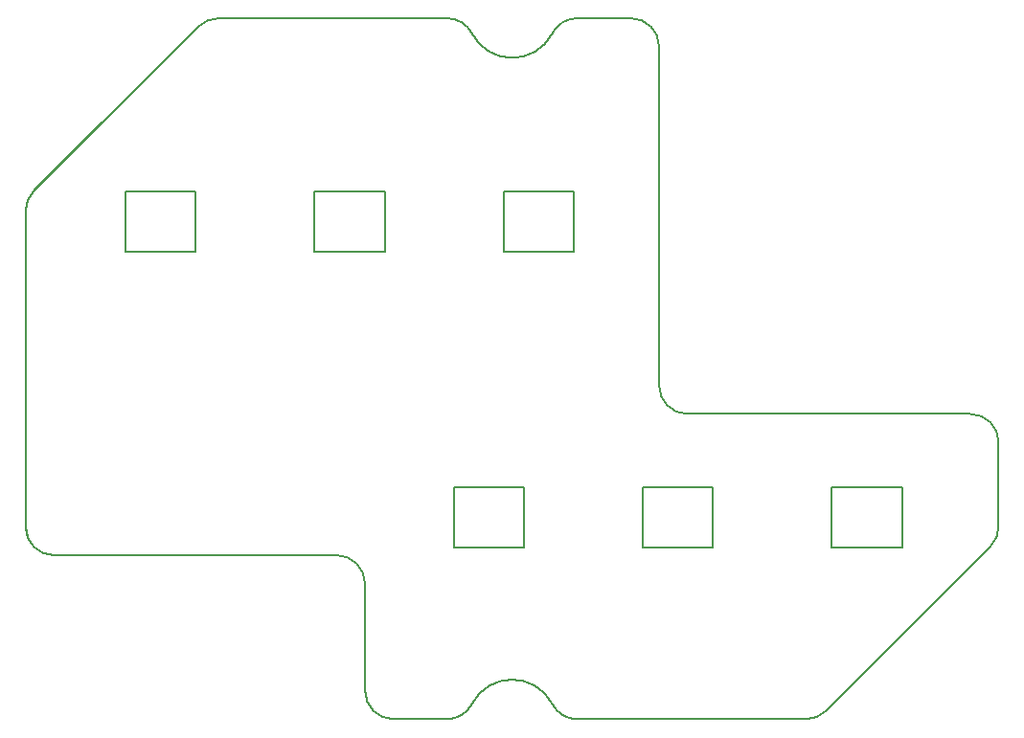
<source format=gm1>
G04*
G04 #@! TF.GenerationSoftware,Altium Limited,Altium Designer,23.9.2 (47)*
G04*
G04 Layer_Color=16711935*
%FSAX42Y42*%
%MOMM*%
G71*
G04*
G04 #@! TF.SameCoordinates,0275EF52-C3CF-4463-BECB-0B3C2057F634*
G04*
G04*
G04 #@! TF.FilePolarity,Positive*
G04*
G01*
G75*
%ADD14C,0.20*%
D14*
X000095Y001845D02*
G03*
X000345Y001595I000250J000000D01*
G01*
X003095Y000395D02*
G03*
X003345Y000145I000250J000000D01*
G01*
X003818D02*
G03*
X004040Y000280I000000J000250D01*
G01*
X004750D02*
G03*
X004040Y000280I-000355J-000185D01*
G01*
X004750D02*
G03*
X004972Y000145I000222J000115D01*
G01*
X006991D02*
G03*
X007168Y000218I000000J000250D01*
G01*
X004972Y006345D02*
G03*
X004750Y006210I000000J-000250D01*
G01*
X005695Y006095D02*
G03*
X005445Y006345I-000250J000000D01*
G01*
X004040Y006210D02*
G03*
X003818Y006345I-000222J-000115D01*
G01*
X000168Y004818D02*
G03*
X000095Y004641I000177J-000177D01*
G01*
X001799Y006345D02*
G03*
X001622Y006272I000000J-000250D01*
G01*
X004040Y006210D02*
G03*
X004750Y006210I000355J000185D01*
G01*
X008622Y001672D02*
G03*
X008695Y001849I-000177J000177D01*
G01*
X004042Y006210D02*
G03*
X003820Y006345I-000222J-000115D01*
G01*
X004972Y006345D02*
G03*
X004750Y006210I000000J-000250D01*
G01*
X008622Y001671D02*
G03*
X008695Y001848I-000177J000177D01*
G01*
X005695Y006095D02*
G03*
X005445Y006345I-000250J000000D01*
G01*
X004040Y006210D02*
G03*
X004750Y006210I000355J000185D01*
G01*
X001799Y006345D02*
G03*
X001622Y006271I-000000J-000250D01*
G01*
X008695Y002595D02*
G03*
X008445Y002845I-000250J000000D01*
G01*
X005695Y003095D02*
G03*
X005945Y002845I000250J000000D01*
G01*
X000168Y004818D02*
G03*
X000095Y004641I000177J-000177D01*
G01*
Y001845D02*
G03*
X000345Y001595I000250J000000D01*
G01*
X003095Y001345D02*
G03*
X002845Y001595I-000250J000000D01*
G01*
X003095Y000395D02*
G03*
X003345Y000145I000250J000000D01*
G01*
X003819Y000145D02*
G03*
X004040Y000279I-000000J000250D01*
G01*
X004750Y000279D02*
G03*
X004040Y000279I-000355J-000185D01*
G01*
X004750Y000279D02*
G03*
X004972Y000145I000222J000115D01*
G01*
X006992Y000145D02*
G03*
X007168Y000218I000000J000250D01*
G01*
X000168Y004818D02*
G03*
X000095Y004641I000177J-000177D01*
G01*
X001800Y006345D02*
G03*
X001623Y006272I000000J-000250D01*
G01*
X000170Y004818D02*
G03*
X000097Y004641I000177J-000177D01*
G01*
Y001845D02*
G03*
X000347Y001595I000250J000000D01*
G01*
X003820Y000145D02*
G03*
X004042Y000280I000000J000250D01*
G01*
X003097Y000395D02*
G03*
X003347Y000145I000250J000000D01*
G01*
X004751Y000280D02*
G03*
X004042Y000280I-000355J-000185D01*
G01*
X004751D02*
G03*
X004973Y000145I000222J000115D01*
G01*
X006993D02*
G03*
X007170Y000218I000000J000250D01*
G01*
X008623Y001672D02*
G03*
X008697Y001849I-000177J000177D01*
G01*
X004042Y006210D02*
G03*
X004751Y006210I000355J000185D01*
G01*
X007221Y001663D02*
Y002200D01*
Y001663D02*
X007841D01*
X007221Y002200D02*
X007841D01*
Y001663D02*
Y002200D01*
X006171Y001663D02*
Y002200D01*
X005551D02*
X006171D01*
X005551Y001663D02*
X006171D01*
X005551D02*
Y002200D01*
X003881Y001663D02*
Y002200D01*
Y001663D02*
X004501D01*
X003881Y002200D02*
X004501D01*
Y001663D02*
Y002200D01*
X004319Y004276D02*
Y004813D01*
Y004276D02*
X004939D01*
X004319Y004813D02*
X004939D01*
Y004276D02*
Y004813D01*
X001599Y004276D02*
Y004813D01*
X000979D02*
X001599D01*
X000979Y004276D02*
X001599D01*
X000979D02*
Y004813D01*
X002649Y004276D02*
Y004813D01*
Y004276D02*
X003269D01*
X002649Y004813D02*
X003269D01*
Y004276D02*
Y004813D01*
X000345Y001595D02*
X000545D01*
X003345Y000145D02*
X003818D01*
X004972D02*
X006991D01*
X004972Y006345D02*
X005445D01*
X005695Y003895D02*
Y006095D01*
X007168Y000218D02*
X008622Y001672D01*
X000095Y001845D02*
Y004641D01*
X000168Y004818D02*
X001622Y006272D01*
X001799Y006345D02*
X003818D01*
X007168Y000218D02*
X008622Y001671D01*
X008695Y001848D02*
Y002595D01*
X005695Y003095D02*
Y006095D01*
X004972Y006345D02*
X005445D01*
X001799D02*
X003819D01*
X000168Y004818D02*
X001622Y006271D01*
X005945Y002845D02*
X008445D01*
X000095Y001845D02*
Y004641D01*
X000345Y001595D02*
X002845D01*
X003095Y000395D02*
Y001345D01*
X003345Y000145D02*
X003819D01*
X004972D02*
X006992D01*
X001800Y006345D02*
X003820D01*
X007170Y000218D02*
X008623Y001672D01*
X000097Y001845D02*
Y004641D01*
X000347Y001595D02*
X000547D01*
X003347Y000145D02*
X003820D01*
X004973D02*
X006993D01*
X000170Y004818D02*
X001623Y006272D01*
M02*

</source>
